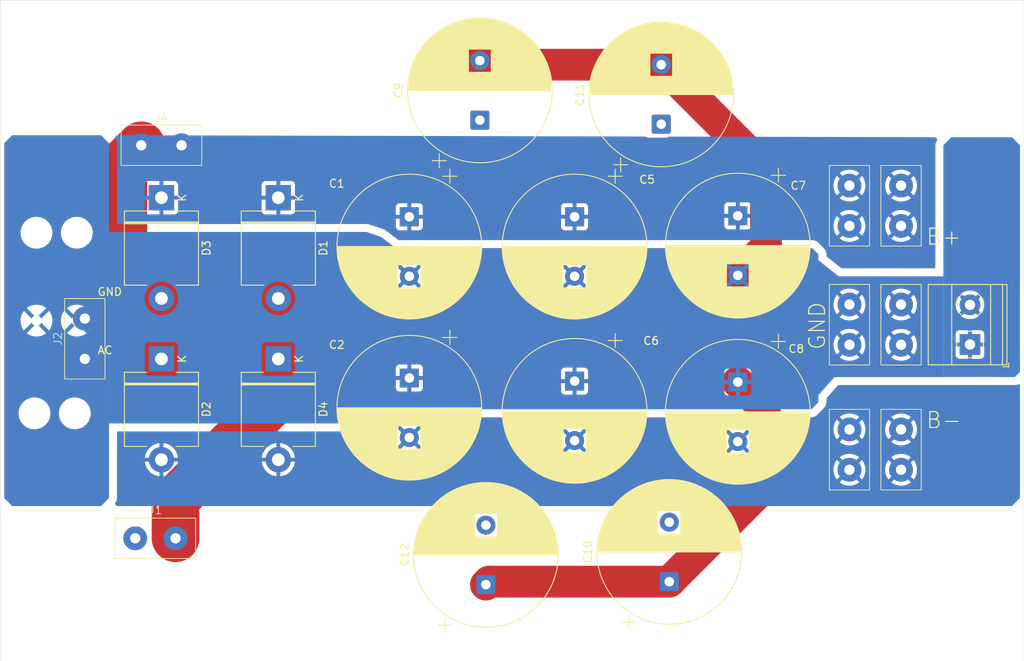
<source format=kicad_pcb>
(kicad_pcb (version 20241229) (generator "pcbnew") (generator_version "9.0")
  (layers (0 "F.Cu" signal) (2 "B.Cu" signal) (13 "F.Paste" user) (15 "B.Paste" user) (5 "F.SilkS" user "F.Silkscreen") (7 "B.SilkS" user "B.Silkscreen") (1 "F.Mask" user) (3 "B.Mask" user) (25 "Edge.Cuts" user))
  (net 0 "")
  (net 1 "GND")
  (net 2 "/V+")
  (net 3 "/V-")
  (net 4 "/AC1")
  (net 5 "/AC2")
  (footprint "Custom:Spade Connector" (layer "F.Cu") (at 164.692 101.6 90)
    (property "Reference" "J5" (hide yes))
    (property "Value" "V-")
    (pad "1" thru_hole circle (at -2.54 5.08 90) (size 3 3) (drill 1.3) (layers "*.Cu" "*.Mask") (net 3 "/V-"))
    (pad "2" thru_hole circle (at 2.54 5.08 90) (size 3 3) (drill 1.3) (layers "*.Cu" "*.Mask") (net 3 "/V-"))
  )
  (footprint "Capacitor_THT:CP_Radial_D18.0mm_P7.50mm" (layer "F.Cu") (at 114.3 92.576 -90)
    (property "Reference" "C2" (at -4.184 9.144 0) (layer "F.SilkS"))
    (property "Value" "4700u")
    (pad "1" thru_hole rect (at 0 0 270) (size 2.4 2.4) (drill 1.2) (layers "*.Cu" "*.Mask") (net 1 "GND"))
    (pad "2" thru_hole circle (at 7.5 0 270) (size 2.4 2.4) (drill 1.2) (layers "*.Cu" "*.Mask") (net 3 "/V-"))
  )
  (footprint "Diode_THT:D_P600_R-6_P12.70mm_Horizontal" (layer "F.Cu") (at 97.79 90.17 -90)
    (property "Reference" "D4" (at 6.35 -5.67 90) (layer "F.SilkS"))
    (property "Value" "GI754")
    (fp_text user "K" (at 0 -2.6 90) (layer "F.SilkS"))
    (pad "1" thru_hole rect (at 0 0 270) (size 3.2 3.2) (drill 1.6) (layers "*.Cu" "*.Mask") (net 4 "/AC1"))
    (pad "2" thru_hole oval (at 12.7 0 270) (size 3.2 3.2) (drill 1.6) (layers "*.Cu" "*.Mask") (net 3 "/V-"))
  )
  (footprint "Capacitor_THT:CP_Radial_D18.0mm_P7.50mm" (layer "F.Cu") (at 135.128 72.256 -90)
    (property "Reference" "C5" (at -4.692 -9.144 180) (layer "F.SilkS"))
    (property "Value" "4700u")
    (pad "1" thru_hole rect (at 0 0 270) (size 2.4 2.4) (drill 1.2) (layers "*.Cu" "*.Mask") (net 2 "/V+"))
    (pad "2" thru_hole circle (at 7.5 0 270) (size 2.4 2.4) (drill 1.2) (layers "*.Cu" "*.Mask") (net 1 "GND"))
  )
  (footprint "Custom:Spade Connector" (layer "F.Cu") (at 171.196 85.852 90)
    (property "Reference" "J3" (hide yes))
    (property "Value" "CT")
    (pad "1" thru_hole circle (at -2.54 5.08 90) (size 3 3) (drill 1.3) (layers "*.Cu" "*.Mask") (net 1 "GND"))
    (pad "2" thru_hole circle (at 2.54 5.08 90) (size 3 3) (drill 1.3) (layers "*.Cu" "*.Mask") (net 1 "GND"))
  )
  (footprint "Diode_THT:D_P600_R-6_P12.70mm_Horizontal" (layer "F.Cu") (at 83.058 69.85 -90)
    (property "Reference" "D3" (at 6.35 -5.67 90) (layer "F.SilkS"))
    (property "Value" "GI754")
    (fp_text user "K" (at 0 -2.6 90) (layer "F.SilkS"))
    (pad "1" thru_hole rect (at 0 0 270) (size 3.2 3.2) (drill 1.6) (layers "*.Cu" "*.Mask") (net 2 "/V+"))
    (pad "2" thru_hole oval (at 12.7 0 270) (size 3.2 3.2) (drill 1.6) (layers "*.Cu" "*.Mask") (net 5 "/AC2"))
  )
  (footprint "Custom:Spade Connector" (layer "F.Cu") (at 82.296 107.696)
    (property "Reference" "J1" (at 0 1.524 0) (layer "F.SilkS") (effects (font (thickness 0.1))))
    (property "Value" "AC1")
    (pad "1" thru_hole circle (at -2.54 5.08) (size 3 3) (drill 1.3) (layers "*.Cu" "*.Mask") (net 4 "/AC1"))
    (pad "2" thru_hole circle (at 2.54 5.08) (size 3 3) (drill 1.3) (layers "*.Cu" "*.Mask") (net 4 "/AC1"))
  )
  (footprint "Capacitor_THT:CP_Radial_D18.0mm_P7.50mm" (layer "F.Cu") (at 155.702 93.084 -90)
    (property "Reference" "C8" (at -4.184 -7.366 180) (layer "F.SilkS"))
    (property "Value" "4700u")
    (pad "1" thru_hole rect (at 0 0 270) (size 2.4 2.4) (drill 1.2) (layers "*.Cu" "*.Mask") (net 1 "GND"))
    (pad "2" thru_hole circle (at 7.5 0 270) (size 2.4 2.4) (drill 1.2) (layers "*.Cu" "*.Mask") (net 3 "/V-"))
  )
  (footprint "Capacitor_THT:CP_Radial_D18.0mm_P7.50mm" (layer "F.Cu") (at 123.952 118.618 90)
    (property "Reference" "C12" (at 3.75 -10.25 90) (layer "F.SilkS"))
    (property "Value" "4700u")
    (pad "1" thru_hole roundrect (at 0 0 90) (size 2.4 2.4) (drill 1.2) (layers "*.Cu" "*.Mask") (roundrect_rratio 0.104167) (net 1 "GND"))
    (pad "2" thru_hole circle (at 7.5 0 90) (size 2.4 2.4) (drill 1.2) (layers "*.Cu" "*.Mask") (net 3 "/V-"))
  )
  (footprint "Capacitor_THT:CP_Radial_D18.0mm_P7.50mm" (layer "F.Cu") (at 155.702 72.136 -90)
    (property "Reference" "C7" (at -3.81 -7.62 180) (layer "F.SilkS"))
    (property "Value" "4700u")
    (pad "1" thru_hole rect (at 0 0 270) (size 2.4 2.4) (drill 1.2) (layers "*.Cu" "*.Mask") (net 2 "/V+"))
    (pad "2" thru_hole circle (at 7.5 0 270) (size 2.4 2.4) (drill 1.2) (layers "*.Cu" "*.Mask") (net 1 "GND"))
  )
  (footprint "Capacitor_THT:CP_Radial_D18.0mm_P7.50mm" (layer "F.Cu") (at 114.3 72.256 -90)
    (property "Reference" "C1" (at -4.184 9.144 0) (layer "F.SilkS"))
    (property "Value" "4700u")
    (pad "1" thru_hole rect (at 0 0 270) (size 2.4 2.4) (drill 1.2) (layers "*.Cu" "*.Mask") (net 2 "/V+"))
    (pad "2" thru_hole circle (at 7.5 0 270) (size 2.4 2.4) (drill 1.2) (layers "*.Cu" "*.Mask") (net 1 "GND"))
  )
  (footprint "TerminalBlock_Phoenix:TerminalBlock_Phoenix_MKDS-1,5-2_1x02_P5.00mm_Horizontal" (layer "F.Cu") (at 184.963 88.352 90)
    (property "Reference" "J7" (hide yes))
    (property "Value" "GND")
    (pad "1" thru_hole rect (at 0 0 90) (size 2.6 2.6) (drill 1.3) (layers "*.Cu" "*.Mask") (net 1 "GND"))
    (pad "2" thru_hole circle (at 5 0 90) (size 2.6 2.6) (drill 1.3) (layers "*.Cu" "*.Mask") (net 1 "GND"))
  )
  (footprint "Capacitor_THT:CP_Radial_D18.0mm_P7.50mm" (layer "F.Cu") (at 147.066 118.244 90)
    (property "Reference" "C10" (at 3.75 -10.25 90) (layer "F.SilkS"))
    (property "Value" "4700u")
    (pad "1" thru_hole roundrect (at 0 0 90) (size 2.4 2.4) (drill 1.2) (layers "*.Cu" "*.Mask") (roundrect_rratio 0.104167) (net 1 "GND"))
    (pad "2" thru_hole circle (at 7.5 0 90) (size 2.4 2.4) (drill 1.2) (layers "*.Cu" "*.Mask") (net 3 "/V-"))
  )
  (footprint "Custom:Spade Connector" (layer "F.Cu") (at 164.692 70.866 90)
    (property "Reference" "J6" (hide yes))
    (property "Value" "V+")
    (pad "1" thru_hole circle (at -2.54 5.08 90) (size 3 3) (drill 1.3) (layers "*.Cu" "*.Mask") (net 2 "/V+"))
    (pad "2" thru_hole circle (at 2.54 5.08 90) (size 3 3) (drill 1.3) (layers "*.Cu" "*.Mask") (net 2 "/V+"))
  )
  (footprint "Capacitor_THT:CP_Radial_D18.0mm_P7.50mm" (layer "F.Cu") (at 123.19 60.078 90)
    (property "Reference" "C9" (at 3.75 -10.25 90) (layer "F.SilkS"))
    (property "Value" "4700u")
    (pad "1" thru_hole roundrect (at 0 0 90) (size 2.4 2.4) (drill 1.2) (layers "*.Cu" "*.Mask") (roundrect_rratio 0.104167) (net 2 "/V+"))
    (pad "2" thru_hole circle (at 7.5 0 90) (size 2.4 2.4) (drill 1.2) (layers "*.Cu" "*.Mask") (net 1 "GND"))
  )
  (footprint "Custom:Spade Connector" (layer "F.Cu") (at 83.058 58.166)
    (property "Reference" "J4" (at 0 1.678 0) (layer "F.SilkS") (effects (font (thickness 0.1))))
    (property "Value" "AC2")
    (pad "1" thru_hole circle (at -2.54 5.08) (size 3 3) (drill 1.3) (layers "*.Cu" "*.Mask") (net 5 "/AC2"))
    (pad "2" thru_hole circle (at 2.54 5.08) (size 3 3) (drill 1.3) (layers "*.Cu" "*.Mask") (net 5 "/AC2"))
  )
  (footprint "Capacitor_THT:CP_Radial_D18.0mm_P7.50mm" (layer "F.Cu") (at 135.128 92.964 -90)
    (property "Reference" "C6" (at -5.08 -9.652 180) (layer "F.SilkS"))
    (property "Value" "4700u")
    (pad "1" thru_hole rect (at 0 0 270) (size 2.4 2.4) (drill 1.2) (layers "*.Cu" "*.Mask") (net 1 "GND"))
    (pad "2" thru_hole circle (at 7.5 0 270) (size 2.4 2.4) (drill 1.2) (layers "*.Cu" "*.Mask") (net 3 "/V-"))
  )
  (footprint "Custom:Spade Connector" (layer "F.Cu") (at 171.196 70.866 90)
    (property "Reference" "J6" (hide yes))
    (property "Value" "V+")
    (pad "1" thru_hole circle (at -2.54 5.08 90) (size 3 3) (drill 1.3) (layers "*.Cu" "*.Mask") (net 2 "/V+"))
    (pad "2" thru_hole circle (at 2.54 5.08 90) (size 3 3) (drill 1.3) (layers "*.Cu" "*.Mask") (net 2 "/V+"))
  )
  (footprint "Diode_THT:D_P600_R-6_P12.70mm_Horizontal" (layer "F.Cu") (at 97.79 69.85 -90)
    (property "Reference" "D1" (at 6.35 -5.67 90) (layer "F.SilkS"))
    (property "Value" "GI754")
    (fp_text user "K" (at 0 -2.6 90) (layer "F.SilkS"))
    (pad "1" thru_hole rect (at 0 0 270) (size 3.2 3.2) (drill 1.6) (layers "*.Cu" "*.Mask") (net 2 "/V+"))
    (pad "2" thru_hole oval (at 12.7 0 270) (size 3.2 3.2) (drill 1.6) (layers "*.Cu" "*.Mask") (net 4 "/AC1"))
  )
  (footprint "Capacitor_THT:CP_Radial_D18.0mm_P7.50mm" (layer "F.Cu") (at 146.05 60.586 90)
    (property "Reference" "C11" (at 3.75 -10.25 90) (layer "F.SilkS"))
    (property "Value" "4700u")
    (pad "1" thru_hole roundrect (at 0 0 90) (size 2.4 2.4) (drill 1.2) (layers "*.Cu" "*.Mask") (roundrect_rratio 0.104167) (net 2 "/V+"))
    (pad "2" thru_hole circle (at 7.5 0 90) (size 2.4 2.4) (drill 1.2) (layers "*.Cu" "*.Mask") (net 1 "GND"))
  )
  (footprint "Custom:Spade Connector" (layer "F.Cu") (at 171.196 101.6 90)
    (property "Reference" "J5" (hide yes))
    (property "Value" "V-")
    (pad "1" thru_hole circle (at -2.54 5.08 90) (size 3 3) (drill 1.3) (layers "*.Cu" "*.Mask") (net 3 "/V-"))
    (pad "2" thru_hole circle (at 2.54 5.08 90) (size 3 3) (drill 1.3) (layers "*.Cu" "*.Mask") (net 3 "/V-"))
  )
  (footprint "Custom:Spade Connector" (layer "F.Cu") (at 68.326 87.63 90)
    (property "Reference" "J2" (at 0 1.678 90) (layer "F.SilkS") (effects (font (thickness 0.1))))
    (property "Value" "GND")
    (pad "1" thru_hole circle (at -2.54 5.08 90) (size 3 3) (drill 1.3) (layers "*.Cu" "*.Mask") (net 1 "GND"))
    (pad "2" thru_hole circle (at 2.54 5.08 90) (size 3 3) (drill 1.3) (layers "*.Cu" "*.Mask") (net 1 "GND"))
  )
  (footprint "Diode_THT:D_P600_R-6_P12.70mm_Horizontal" (layer "F.Cu") (at 83.058 90.17 -90)
    (property "Reference" "D2" (at 6.35 -5.67 90) (layer "F.SilkS"))
    (property "Value" "GI754")
    (fp_text user "K" (at 0 -2.6 90) (layer "F.SilkS"))
    (pad "1" thru_hole rect (at 0 0 270) (size 3.2 3.2) (drill 1.6) (layers "*.Cu" "*.Mask") (net 5 "/AC2"))
    (pad "2" thru_hole oval (at 12.7 0 270) (size 3.2 3.2) (drill 1.6) (layers "*.Cu" "*.Mask") (net 3 "/V-"))
  )
  (footprint "Custom:Spade Connector" (layer "F.Cu") (at 164.692 85.852 90)
    (property "Reference" "J3" (hide yes))
    (property "Value" "CT")
    (pad "1" thru_hole circle (at -2.54 5.08 90) (size 3 3) (drill 1.3) (layers "*.Cu" "*.Mask") (net 1 "GND"))
    (pad "2" thru_hole circle (at 2.54 5.08 90) (size 3 3) (drill 1.3) (layers "*.Cu" "*.Mask") (net 1 "GND"))
  )
  (gr_rect (start 62.738 44.958) (end 191.77 128.27) (stroke (width 0.05)) (fill no) (layer "Edge.Cuts"))
  (gr_text "GND\n" (at 166.878 89.154 90) (layer "F.SilkS") (effects (font (size 2 2)) (justify left bottom)))
  (gr_text "B+" (at 179.324 75.946 0) (layer "F.SilkS") (effects (font (size 2 2)) (justify left bottom)))
  (gr_text "AC" (at 74.93 89.662 0) (layer "F.SilkS") (effects (font (size 1 1)) (justify left bottom)))
  (gr_text "B-" (at 179.324 99.06 0) (layer "F.SilkS") (effects (font (size 2 2)) (justify left bottom)))
  (gr_text "GND" (at 74.93 82.296 0) (layer "F.SilkS") (effects (font (size 1 1)) (justify left bottom)))
  (segment (start 159.258 66.294) (end 159.258 76.08) (width 4) (layer "F.Cu") (net 1))
  (segment (start 159.258 76.08) (end 155.702 79.636) (width 4) (layer "F.Cu") (net 1))
  (segment (start 124.326 118.244) (end 123.952 118.618) (width 4) (layer "F.Cu") (net 1))
  (segment (start 147.066 118.244) (end 159.103 106.207) (width 4) (layer "F.Cu") (net 1))
  (segment (start 159.103 106.207) (end 159.103 96.485) (width 4) (layer "F.Cu") (net 1))
  (segment (start 147.066 118.244) (end 124.326 118.244) (width 4) (layer "F.Cu") (net 1))
  (segment (start 123.698 53.086) (end 123.19 52.578) (width 4) (layer "F.Cu") (net 1))
  (segment (start 146.05 53.086) (end 159.258 66.294) (width 4) (layer "F.Cu") (net 1))
  (segment (start 146.05 53.086) (end 123.698 53.086) (width 4) (layer "F.Cu") (net 1))
  (segment (start 159.103 96.485) (end 155.702 93.084) (width 4) (layer "F.Cu") (net 1))
  (segment (start 84.836 107.88164) (end 84.836 112.776) (width 6) (layer "F.Cu") (net 4))
  (segment (start 97.79 94.92764) (end 84.836 107.88164) (width 6) (layer "F.Cu") (net 4))
  (segment (start 97.79 90.17) (end 97.79 82.55) (width 6) (layer "F.Cu") (net 4))
  (segment (start 97.79 90.17) (end 97.79 94.92764) (width 6) (layer "F.Cu") (net 4))
  (segment (start 83.058 82.55) (end 78.257 77.749) (width 6) (layer "F.Cu") (net 5))
  (segment (start 83.058 90.17) (end 83.058 82.55) (width 6) (layer "F.Cu") (net 5))
  (segment (start 78.257 65.507) (end 80.518 63.246) (width 6) (layer "F.Cu") (net 5))
  (segment (start 78.257 77.749) (end 78.257 65.507) (width 6) (layer "F.Cu") (net 5))
  (zone (net 2) (net_name "/V+") (layer "B.Cu") (connect_pads (clearance 1)) (min_thickness 0.25) (fill yes (thermal_gap 0.5) (thermal_bridge_width 0.5) (smoothing chamfer) (radius 1))
    (polygon (pts (xy 76.454 61.976) (xy 181.61 62.23) (xy 181.61 72.644) (xy 181.61 79.502) (xy 76.454 79.756)))
  )
  (zone (net 3) (net_name "/V-") (layer "B.Cu") (connect_pads (clearance 1)) (min_thickness 0.25) (fill yes (thermal_gap 0.5) (thermal_bridge_width 0.5) (smoothing chamfer) (radius 1))
    (polygon (pts (xy 76.454 108.712) (xy 191.262 108.712) (xy 191.262 100.33) (xy 191.262 92.456) (xy 76.454 92.202) (xy 76.454 100.33) (xy 76.454 98.552)))
  )
  (zone (net 1) (net_name "GND") (layer "B.Cu") (priority 1) (connect_pads (clearance 0.5)) (min_thickness 0.25) (fill yes (thermal_gap 0.5) (thermal_bridge_width 0.5) (smoothing chamfer) (radius 1))
    (polygon (pts (xy 76.454 74.168) (xy 109.897328 74.168) (xy 112.606661 76.2) (xy 165.862 76.2) (xy 165.862 77.724) (xy 168.402 79.756) (xy 189.992 79.756) (xy 189.992 92.456) (xy 167.894 92.456) (xy 165.862 94.742) (xy 165.862 96.52) (xy 112.383454 96.52) (xy 110.443818 98.298) (xy 64.77 98.298) (xy 64.77 70.612) (xy 76.454 70.612)))
  )
  (zone (net 1) (net_name "GND") (layer "B.Cu") (priority 3) (connect_pads (clearance 0.5)) (min_thickness 0.25) (fill yes (thermal_gap 0.5) (thermal_bridge_width 0.5) (smoothing chamfer) (radius 1))
    (polygon (pts (xy 76.454 108.712) (xy 63.246 108.712) (xy 63.246 61.976) (xy 76.454 61.976)))
  )
  (zone (net 1) (net_name "GND") (layer "B.Cu") (priority 2) (connect_pads (clearance 0.5)) (min_thickness 0.25) (fill yes (thermal_gap 0.5) (thermal_bridge_width 0.5) (smoothing chamfer) (radius 1))
    (polygon (pts (xy 181.61 62.23) (xy 191.262 62.23) (xy 191.262 92.456) (xy 189.992 92.456) (xy 181.61 92.391086) (xy 181.61 72.644)))
  )
)
</source>
